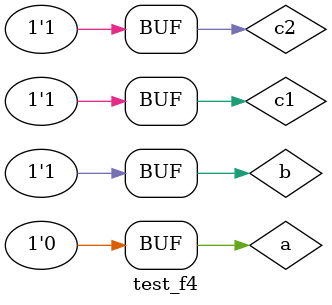
<source format=v>
module f4 (output s, input a, input b, input c1, input c2);  
assign s = (~a & ~b & c2) | (~a & b & ~c2) | (a & ~b & ~c2) | (a & ~c1 & ~c2) | (a & b & c1 & c2);
endmodule // f4 
module test_f4; 
// ------------------------- definir dados 
reg a; 
reg b;
reg c1;
reg c2;
wire s; 
f4 modulo1 (s, a, b, c, c2); 
// ------------------------- parte principal 
initial begin 
$display("Exemplo0034 - Marcio Santana Correa - 345368"); 
$display("Test LU's module"); 
a = 1; b = 0; c1 = 0; c2 = 0;
// projetar testes do modulo 
$display("A  B  C1 C2 S");
$monitor("%b  %b  %b  %b  %b",a, b, c1, c2, s);
#1 a = 0; b = 1; c1 = 1; c2 = 0;
#1 a = 1; b = 0; c1 = 0; c2 = 1;
#1 a = 0; b = 1; c1 = 1; c2 = 1;
end 
endmodule // test_f4 
</source>
